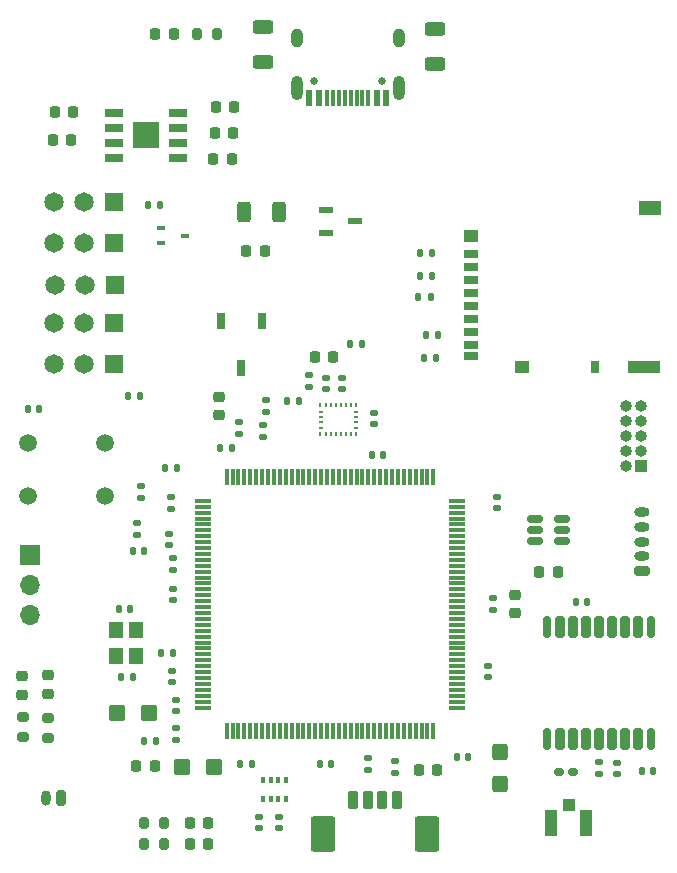
<source format=gbr>
%TF.GenerationSoftware,KiCad,Pcbnew,(5.99.0-10089-gf88d39b4f0)*%
%TF.CreationDate,2021-04-25T16:59:05+01:00*%
%TF.ProjectId,CM4,434d342e-6b69-4636-9164-5f7063625858,v01*%
%TF.SameCoordinates,Original*%
%TF.FileFunction,Soldermask,Top*%
%TF.FilePolarity,Negative*%
%FSLAX46Y46*%
G04 Gerber Fmt 4.6, Leading zero omitted, Abs format (unit mm)*
G04 Created by KiCad (PCBNEW (5.99.0-10089-gf88d39b4f0)) date 2021-04-25 16:59:05*
%MOMM*%
%LPD*%
G01*
G04 APERTURE LIST*
G04 Aperture macros list*
%AMRoundRect*
0 Rectangle with rounded corners*
0 $1 Rounding radius*
0 $2 $3 $4 $5 $6 $7 $8 $9 X,Y pos of 4 corners*
0 Add a 4 corners polygon primitive as box body*
4,1,4,$2,$3,$4,$5,$6,$7,$8,$9,$2,$3,0*
0 Add four circle primitives for the rounded corners*
1,1,$1+$1,$2,$3*
1,1,$1+$1,$4,$5*
1,1,$1+$1,$6,$7*
1,1,$1+$1,$8,$9*
0 Add four rect primitives between the rounded corners*
20,1,$1+$1,$2,$3,$4,$5,0*
20,1,$1+$1,$4,$5,$6,$7,0*
20,1,$1+$1,$6,$7,$8,$9,0*
20,1,$1+$1,$8,$9,$2,$3,0*%
G04 Aperture macros list end*
%ADD10RoundRect,0.218750X0.218750X0.256250X-0.218750X0.256250X-0.218750X-0.256250X0.218750X-0.256250X0*%
%ADD11RoundRect,0.135000X0.185000X-0.135000X0.185000X0.135000X-0.185000X0.135000X-0.185000X-0.135000X0*%
%ADD12RoundRect,0.140000X-0.170000X0.140000X-0.170000X-0.140000X0.170000X-0.140000X0.170000X0.140000X0*%
%ADD13R,1.200000X0.600000*%
%ADD14RoundRect,0.140000X-0.140000X-0.170000X0.140000X-0.170000X0.140000X0.170000X-0.140000X0.170000X0*%
%ADD15RoundRect,0.250000X-0.425000X0.450000X-0.425000X-0.450000X0.425000X-0.450000X0.425000X0.450000X0*%
%ADD16R,1.200000X1.400000*%
%ADD17R,1.650000X1.650000*%
%ADD18C,1.650000*%
%ADD19RoundRect,0.225000X-0.250000X0.225000X-0.250000X-0.225000X0.250000X-0.225000X0.250000X0.225000X0*%
%ADD20RoundRect,0.135000X-0.185000X0.135000X-0.185000X-0.135000X0.185000X-0.135000X0.185000X0.135000X0*%
%ADD21RoundRect,0.135000X-0.135000X-0.185000X0.135000X-0.185000X0.135000X0.185000X-0.135000X0.185000X0*%
%ADD22R,0.230000X0.350000*%
%ADD23R,0.350000X0.230000*%
%ADD24RoundRect,0.218750X0.256250X-0.218750X0.256250X0.218750X-0.256250X0.218750X-0.256250X-0.218750X0*%
%ADD25R,1.200000X0.700000*%
%ADD26R,0.800000X1.000000*%
%ADD27R,1.900000X1.300000*%
%ADD28R,1.200000X1.000000*%
%ADD29R,2.800000X1.000000*%
%ADD30RoundRect,0.200000X0.200000X0.275000X-0.200000X0.275000X-0.200000X-0.275000X0.200000X-0.275000X0*%
%ADD31RoundRect,0.140000X0.170000X-0.140000X0.170000X0.140000X-0.170000X0.140000X-0.170000X-0.140000X0*%
%ADD32RoundRect,0.250000X-0.312500X-0.625000X0.312500X-0.625000X0.312500X0.625000X-0.312500X0.625000X0*%
%ADD33RoundRect,0.250000X0.450000X0.425000X-0.450000X0.425000X-0.450000X-0.425000X0.450000X-0.425000X0*%
%ADD34RoundRect,0.250000X0.625000X-0.312500X0.625000X0.312500X-0.625000X0.312500X-0.625000X-0.312500X0*%
%ADD35RoundRect,0.200000X-0.275000X0.200000X-0.275000X-0.200000X0.275000X-0.200000X0.275000X0.200000X0*%
%ADD36RoundRect,0.225000X-0.225000X-0.250000X0.225000X-0.250000X0.225000X0.250000X-0.225000X0.250000X0*%
%ADD37RoundRect,0.225000X0.225000X0.250000X-0.225000X0.250000X-0.225000X-0.250000X0.225000X-0.250000X0*%
%ADD38R,0.700000X0.450000*%
%ADD39C,0.650000*%
%ADD40R,0.600000X1.450000*%
%ADD41R,0.300000X1.450000*%
%ADD42O,1.000000X2.100000*%
%ADD43O,1.000000X1.600000*%
%ADD44R,1.000000X1.000000*%
%ADD45R,1.050000X2.200000*%
%ADD46RoundRect,0.140000X0.140000X0.170000X-0.140000X0.170000X-0.140000X-0.170000X0.140000X-0.170000X0*%
%ADD47RoundRect,0.218750X-0.218750X-0.256250X0.218750X-0.256250X0.218750X0.256250X-0.218750X0.256250X0*%
%ADD48RoundRect,0.175000X-0.175000X0.725000X-0.175000X-0.725000X0.175000X-0.725000X0.175000X0.725000X0*%
%ADD49RoundRect,0.200000X-0.200000X0.700000X-0.200000X-0.700000X0.200000X-0.700000X0.200000X0.700000X0*%
%ADD50RoundRect,0.225000X0.250000X-0.225000X0.250000X0.225000X-0.250000X0.225000X-0.250000X-0.225000X0*%
%ADD51O,1.000000X1.000000*%
%ADD52RoundRect,0.160000X0.222500X0.160000X-0.222500X0.160000X-0.222500X-0.160000X0.222500X-0.160000X0*%
%ADD53RoundRect,0.200000X-0.200000X-0.600000X0.200000X-0.600000X0.200000X0.600000X-0.200000X0.600000X0*%
%ADD54RoundRect,0.250001X-0.799999X-1.249999X0.799999X-1.249999X0.799999X1.249999X-0.799999X1.249999X0*%
%ADD55R,0.350000X0.500000*%
%ADD56RoundRect,0.250000X-0.450000X-0.425000X0.450000X-0.425000X0.450000X0.425000X-0.450000X0.425000X0*%
%ADD57R,1.525000X0.650000*%
%ADD58R,2.290000X2.290000*%
%ADD59RoundRect,0.200000X0.450000X-0.200000X0.450000X0.200000X-0.450000X0.200000X-0.450000X-0.200000X0*%
%ADD60O,1.300000X0.800000*%
%ADD61RoundRect,0.135000X0.135000X0.185000X-0.135000X0.185000X-0.135000X-0.185000X0.135000X-0.185000X0*%
%ADD62R,1.700000X1.700000*%
%ADD63O,1.700000X1.700000*%
%ADD64R,1.475000X0.300000*%
%ADD65R,0.300000X1.475000*%
%ADD66RoundRect,0.150000X-0.512500X-0.150000X0.512500X-0.150000X0.512500X0.150000X-0.512500X0.150000X0*%
%ADD67R,0.800000X1.400000*%
%ADD68C,1.500000*%
%ADD69RoundRect,0.200000X0.200000X0.450000X-0.200000X0.450000X-0.200000X-0.450000X0.200000X-0.450000X0*%
%ADD70O,0.800000X1.300000*%
G04 APERTURE END LIST*
D10*
%TO.C,FB1*%
X143912500Y-69600000D03*
X145487500Y-69600000D03*
%TD*%
D11*
%TO.C,R18*%
X154200000Y-113510000D03*
X154200000Y-112490000D03*
%TD*%
D12*
%TO.C,C28*%
X138000000Y-110020000D03*
X138000000Y-110980000D03*
%TD*%
%TO.C,C26*%
X138000000Y-107620000D03*
X138000000Y-108580000D03*
%TD*%
D13*
%TO.C,Q1*%
X150650000Y-66150000D03*
X150650000Y-68050000D03*
X153150000Y-67100000D03*
%TD*%
D11*
%TO.C,R8*%
X134700000Y-93610000D03*
X134700000Y-92590000D03*
%TD*%
D14*
%TO.C,C50*%
X133320000Y-105700000D03*
X134280000Y-105700000D03*
%TD*%
D12*
%TO.C,C37*%
X164800000Y-99020000D03*
X164800000Y-99980000D03*
%TD*%
D15*
%TO.C,C15*%
X165400000Y-112050000D03*
X165400000Y-114750000D03*
%TD*%
D16*
%TO.C,Y1*%
X132850000Y-101700000D03*
X132850000Y-103900000D03*
X134550000Y-103900000D03*
X134550000Y-101700000D03*
%TD*%
D17*
%TO.C,J7*%
X132790000Y-72450000D03*
D18*
X130250000Y-72450000D03*
X127710000Y-72450000D03*
%TD*%
D19*
%TO.C,C17*%
X166700000Y-98725000D03*
X166700000Y-100275000D03*
%TD*%
D20*
%TO.C,R5*%
X173800000Y-112890000D03*
X173800000Y-113910000D03*
%TD*%
%TO.C,R32*%
X145600000Y-82190000D03*
X145600000Y-83210000D03*
%TD*%
D21*
%TO.C,R10*%
X147390000Y-82300000D03*
X148410000Y-82300000D03*
%TD*%
D22*
%TO.C,U3*%
X150195000Y-82675000D03*
D23*
X150225000Y-83255000D03*
X150225000Y-83685000D03*
X150225000Y-84115000D03*
X150225000Y-84545000D03*
D22*
X150195000Y-85125000D03*
X150625000Y-85125000D03*
X151055000Y-85125000D03*
X151485000Y-85125000D03*
X151915000Y-85125000D03*
X152345000Y-85125000D03*
X152775000Y-85125000D03*
X153205000Y-85125000D03*
D23*
X153175000Y-84545000D03*
X153175000Y-84115000D03*
X153175000Y-83685000D03*
X153175000Y-83255000D03*
D22*
X153205000Y-82675000D03*
X152775000Y-82675000D03*
X152345000Y-82675000D03*
X151915000Y-82675000D03*
X151485000Y-82675000D03*
X151055000Y-82675000D03*
X150625000Y-82675000D03*
%TD*%
D24*
%TO.C,D7*%
X124900000Y-107187500D03*
X124900000Y-105612500D03*
%TD*%
D25*
%TO.C,J15*%
X162960000Y-69855000D03*
X162960000Y-70955000D03*
X162960000Y-72055000D03*
X162960000Y-73155000D03*
X162960000Y-74255000D03*
X162960000Y-75355000D03*
X162960000Y-76455000D03*
X162960000Y-77555000D03*
X162960000Y-78505000D03*
D26*
X173460000Y-79455000D03*
D27*
X178060000Y-65955000D03*
D28*
X162960000Y-68305000D03*
X167260000Y-79455000D03*
D29*
X177610000Y-79455000D03*
%TD*%
D30*
%TO.C,R22*%
X136937500Y-119800000D03*
X135287500Y-119800000D03*
%TD*%
D21*
%TO.C,R27*%
X158590000Y-69800000D03*
X159610000Y-69800000D03*
%TD*%
D31*
%TO.C,C11*%
X154700000Y-84280000D03*
X154700000Y-83320000D03*
%TD*%
D32*
%TO.C,R2*%
X143737500Y-66300000D03*
X146662500Y-66300000D03*
%TD*%
D14*
%TO.C,C51*%
X133120000Y-99900000D03*
X134080000Y-99900000D03*
%TD*%
D33*
%TO.C,C25*%
X135650000Y-108700000D03*
X132950000Y-108700000D03*
%TD*%
D31*
%TO.C,C36*%
X137400000Y-94480000D03*
X137400000Y-93520000D03*
%TD*%
D34*
%TO.C,R4*%
X145300000Y-53562500D03*
X145300000Y-50637500D03*
%TD*%
D14*
%TO.C,C34*%
X141720000Y-86300000D03*
X142680000Y-86300000D03*
%TD*%
D35*
%TO.C,R25*%
X125000000Y-109075000D03*
X125000000Y-110725000D03*
%TD*%
D36*
%TO.C,C3*%
X141225000Y-59600000D03*
X142775000Y-59600000D03*
%TD*%
D37*
%TO.C,C4*%
X170275000Y-96800000D03*
X168725000Y-96800000D03*
%TD*%
D14*
%TO.C,C9*%
X177420000Y-113600000D03*
X178380000Y-113600000D03*
%TD*%
D31*
%TO.C,C8*%
X149200000Y-81080000D03*
X149200000Y-80120000D03*
%TD*%
D36*
%TO.C,C10*%
X149725000Y-78600000D03*
X151275000Y-78600000D03*
%TD*%
D31*
%TO.C,C30*%
X137700000Y-99180000D03*
X137700000Y-98220000D03*
%TD*%
D38*
%TO.C,Q2*%
X136700000Y-67650000D03*
X136700000Y-68950000D03*
X138700000Y-68300000D03*
%TD*%
D39*
%TO.C,J2*%
X155390000Y-55240000D03*
X149610000Y-55240000D03*
D40*
X155750000Y-56685000D03*
X154950000Y-56685000D03*
D41*
X153750000Y-56685000D03*
X152750000Y-56685000D03*
X152250000Y-56685000D03*
X151250000Y-56685000D03*
D40*
X150050000Y-56685000D03*
X149250000Y-56685000D03*
X149250000Y-56685000D03*
X150050000Y-56685000D03*
D41*
X150750000Y-56685000D03*
X151750000Y-56685000D03*
X153250000Y-56685000D03*
X154250000Y-56685000D03*
D40*
X154950000Y-56685000D03*
X155750000Y-56685000D03*
D42*
X156820000Y-55770000D03*
D43*
X148180000Y-51590000D03*
X156820000Y-51590000D03*
D42*
X148180000Y-55770000D03*
%TD*%
D21*
%TO.C,R30*%
X159090000Y-76700000D03*
X160110000Y-76700000D03*
%TD*%
%TO.C,R13*%
X135290000Y-111100000D03*
X136310000Y-111100000D03*
%TD*%
D17*
%TO.C,J8*%
X132750000Y-68950000D03*
D18*
X130210000Y-68950000D03*
X127670000Y-68950000D03*
%TD*%
D21*
%TO.C,R28*%
X158590000Y-71700000D03*
X159610000Y-71700000D03*
%TD*%
D44*
%TO.C,J1*%
X171200000Y-116500000D03*
D45*
X172675000Y-118000000D03*
X169725000Y-118000000D03*
%TD*%
D34*
%TO.C,R3*%
X159900000Y-53762500D03*
X159900000Y-50837500D03*
%TD*%
D46*
%TO.C,C16*%
X135280000Y-95000000D03*
X134320000Y-95000000D03*
%TD*%
D47*
%TO.C,FB2*%
X134612500Y-113200000D03*
X136187500Y-113200000D03*
%TD*%
D30*
%TO.C,R24*%
X136937500Y-118000000D03*
X135287500Y-118000000D03*
%TD*%
D17*
%TO.C,J6*%
X132750000Y-75700000D03*
D18*
X130210000Y-75700000D03*
X127670000Y-75700000D03*
%TD*%
D48*
%TO.C,U2*%
X178200000Y-101450000D03*
D49*
X177100000Y-101450000D03*
X176000000Y-101450000D03*
X174900000Y-101450000D03*
X173800000Y-101450000D03*
X172700000Y-101450000D03*
X171600000Y-101450000D03*
X170500000Y-101450000D03*
D48*
X169400000Y-101450000D03*
X169400000Y-110950000D03*
D49*
X170500000Y-110950000D03*
X171600000Y-110950000D03*
X172700000Y-110950000D03*
X173800000Y-110950000D03*
X174900000Y-110950000D03*
X176000000Y-110950000D03*
X177100000Y-110950000D03*
D48*
X178200000Y-110950000D03*
%TD*%
D50*
%TO.C,C46*%
X141600000Y-83475000D03*
X141600000Y-81925000D03*
%TD*%
D44*
%TO.C,J14*%
X177370000Y-87770000D03*
D51*
X176100000Y-87770000D03*
X177370000Y-86500000D03*
X176100000Y-86500000D03*
X177370000Y-85230000D03*
X176100000Y-85230000D03*
X177370000Y-83960000D03*
X176100000Y-83960000D03*
X177370000Y-82690000D03*
X176100000Y-82690000D03*
%TD*%
D30*
%TO.C,R1*%
X141425000Y-51200000D03*
X139775000Y-51200000D03*
%TD*%
D21*
%TO.C,R12*%
X135590000Y-65700000D03*
X136610000Y-65700000D03*
%TD*%
D35*
%TO.C,R23*%
X127100000Y-109175000D03*
X127100000Y-110825000D03*
%TD*%
D46*
%TO.C,C52*%
X126380000Y-83000000D03*
X125420000Y-83000000D03*
%TD*%
D47*
%TO.C,D6*%
X139125000Y-118000000D03*
X140700000Y-118000000D03*
%TD*%
D20*
%TO.C,R17*%
X156500000Y-112790000D03*
X156500000Y-113810000D03*
%TD*%
D52*
%TO.C,L2*%
X171572500Y-113700000D03*
X170427500Y-113700000D03*
%TD*%
D53*
%TO.C,J10*%
X152925000Y-116100000D03*
X154175000Y-116100000D03*
X155425000Y-116100000D03*
X156675000Y-116100000D03*
D54*
X150375000Y-119000000D03*
X159225000Y-119000000D03*
%TD*%
D21*
%TO.C,R29*%
X158490000Y-73500000D03*
X159510000Y-73500000D03*
%TD*%
D55*
%TO.C,U1*%
X145325000Y-114400000D03*
X145975000Y-114400000D03*
X146625000Y-114400000D03*
X147275000Y-114400000D03*
X147275000Y-116000000D03*
X146625000Y-116000000D03*
X145975000Y-116000000D03*
X145325000Y-116000000D03*
%TD*%
D56*
%TO.C,C27*%
X138450000Y-113300000D03*
X141150000Y-113300000D03*
%TD*%
D14*
%TO.C,C7*%
X171820000Y-99300000D03*
X172780000Y-99300000D03*
%TD*%
D31*
%TO.C,C14*%
X150700000Y-81280000D03*
X150700000Y-80320000D03*
%TD*%
D57*
%TO.C,IC1*%
X132688000Y-57895000D03*
X132688000Y-59165000D03*
X132688000Y-60435000D03*
X132688000Y-61705000D03*
X138112000Y-61705000D03*
X138112000Y-60435000D03*
X138112000Y-59165000D03*
X138112000Y-57895000D03*
D58*
X135400000Y-59800000D03*
%TD*%
D59*
%TO.C,J3*%
X177450000Y-96700000D03*
D60*
X177450000Y-95450000D03*
X177450000Y-94200000D03*
X177450000Y-92950000D03*
X177450000Y-91700000D03*
%TD*%
D14*
%TO.C,C40*%
X161720000Y-112400000D03*
X162680000Y-112400000D03*
%TD*%
D61*
%TO.C,R11*%
X134910000Y-81900000D03*
X133890000Y-81900000D03*
%TD*%
D62*
%TO.C,J16*%
X125600000Y-95375000D03*
D63*
X125600000Y-97915000D03*
X125600000Y-100455000D03*
%TD*%
D21*
%TO.C,R6*%
X136990000Y-88000000D03*
X138010000Y-88000000D03*
%TD*%
D11*
%TO.C,R16*%
X143300000Y-85100000D03*
X143300000Y-84080000D03*
%TD*%
D17*
%TO.C,J5*%
X132750000Y-79200000D03*
D18*
X130210000Y-79200000D03*
X127670000Y-79200000D03*
%TD*%
D31*
%TO.C,C12*%
X175300000Y-113880000D03*
X175300000Y-112920000D03*
%TD*%
D36*
%TO.C,C45*%
X158525000Y-113500000D03*
X160075000Y-113500000D03*
%TD*%
D17*
%TO.C,J12*%
X132700000Y-65450000D03*
D18*
X130160000Y-65450000D03*
X127620000Y-65450000D03*
%TD*%
D46*
%TO.C,C35*%
X144380000Y-113000000D03*
X143420000Y-113000000D03*
%TD*%
D37*
%TO.C,C1*%
X129275000Y-57800000D03*
X127725000Y-57800000D03*
%TD*%
D10*
%TO.C,D1*%
X137787500Y-51200000D03*
X136212500Y-51200000D03*
%TD*%
D61*
%TO.C,R31*%
X160010000Y-78700000D03*
X158990000Y-78700000D03*
%TD*%
D20*
%TO.C,R15*%
X145300000Y-84290000D03*
X145300000Y-85310000D03*
%TD*%
D61*
%TO.C,R26*%
X137710000Y-103600000D03*
X136690000Y-103600000D03*
%TD*%
D12*
%TO.C,C6*%
X146700000Y-117520000D03*
X146700000Y-118480000D03*
%TD*%
D37*
%TO.C,C53*%
X129075000Y-60200000D03*
X127525000Y-60200000D03*
%TD*%
D31*
%TO.C,C19*%
X137700000Y-96580000D03*
X137700000Y-95620000D03*
%TD*%
D36*
%TO.C,C2*%
X141325000Y-57400000D03*
X142875000Y-57400000D03*
%TD*%
D31*
%TO.C,C13*%
X152000000Y-81280000D03*
X152000000Y-80320000D03*
%TD*%
D46*
%TO.C,C38*%
X151080000Y-113000000D03*
X150120000Y-113000000D03*
%TD*%
D24*
%TO.C,D5*%
X127100000Y-107087500D03*
X127100000Y-105512500D03*
%TD*%
D64*
%TO.C,IC2*%
X140262000Y-90750000D03*
X140262000Y-91250000D03*
X140262000Y-91750000D03*
X140262000Y-92250000D03*
X140262000Y-92750000D03*
X140262000Y-93250000D03*
X140262000Y-93750000D03*
X140262000Y-94250000D03*
X140262000Y-94750000D03*
X140262000Y-95250000D03*
X140262000Y-95750000D03*
X140262000Y-96250000D03*
X140262000Y-96750000D03*
X140262000Y-97250000D03*
X140262000Y-97750000D03*
X140262000Y-98250000D03*
X140262000Y-98750000D03*
X140262000Y-99250000D03*
X140262000Y-99750000D03*
X140262000Y-100250000D03*
X140262000Y-100750000D03*
X140262000Y-101250000D03*
X140262000Y-101750000D03*
X140262000Y-102250000D03*
X140262000Y-102750000D03*
X140262000Y-103250000D03*
X140262000Y-103750000D03*
X140262000Y-104250000D03*
X140262000Y-104750000D03*
X140262000Y-105250000D03*
X140262000Y-105750000D03*
X140262000Y-106250000D03*
X140262000Y-106750000D03*
X140262000Y-107250000D03*
X140262000Y-107750000D03*
X140262000Y-108250000D03*
D65*
X142250000Y-110238000D03*
X142750000Y-110238000D03*
X143250000Y-110238000D03*
X143750000Y-110238000D03*
X144250000Y-110238000D03*
X144750000Y-110238000D03*
X145250000Y-110238000D03*
X145750000Y-110238000D03*
X146250000Y-110238000D03*
X146750000Y-110238000D03*
X147250000Y-110238000D03*
X147750000Y-110238000D03*
X148250000Y-110238000D03*
X148750000Y-110238000D03*
X149250000Y-110238000D03*
X149750000Y-110238000D03*
X150250000Y-110238000D03*
X150750000Y-110238000D03*
X151250000Y-110238000D03*
X151750000Y-110238000D03*
X152250000Y-110238000D03*
X152750000Y-110238000D03*
X153250000Y-110238000D03*
X153750000Y-110238000D03*
X154250000Y-110238000D03*
X154750000Y-110238000D03*
X155250000Y-110238000D03*
X155750000Y-110238000D03*
X156250000Y-110238000D03*
X156750000Y-110238000D03*
X157250000Y-110238000D03*
X157750000Y-110238000D03*
X158250000Y-110238000D03*
X158750000Y-110238000D03*
X159250000Y-110238000D03*
X159750000Y-110238000D03*
D64*
X161738000Y-108250000D03*
X161738000Y-107750000D03*
X161738000Y-107250000D03*
X161738000Y-106750000D03*
X161738000Y-106250000D03*
X161738000Y-105750000D03*
X161738000Y-105250000D03*
X161738000Y-104750000D03*
X161738000Y-104250000D03*
X161738000Y-103750000D03*
X161738000Y-103250000D03*
X161738000Y-102750000D03*
X161738000Y-102250000D03*
X161738000Y-101750000D03*
X161738000Y-101250000D03*
X161738000Y-100750000D03*
X161738000Y-100250000D03*
X161738000Y-99750000D03*
X161738000Y-99250000D03*
X161738000Y-98750000D03*
X161738000Y-98250000D03*
X161738000Y-97750000D03*
X161738000Y-97250000D03*
X161738000Y-96750000D03*
X161738000Y-96250000D03*
X161738000Y-95750000D03*
X161738000Y-95250000D03*
X161738000Y-94750000D03*
X161738000Y-94250000D03*
X161738000Y-93750000D03*
X161738000Y-93250000D03*
X161738000Y-92750000D03*
X161738000Y-92250000D03*
X161738000Y-91750000D03*
X161738000Y-91250000D03*
X161738000Y-90750000D03*
D65*
X159750000Y-88762000D03*
X159250000Y-88762000D03*
X158750000Y-88762000D03*
X158250000Y-88762000D03*
X157750000Y-88762000D03*
X157250000Y-88762000D03*
X156750000Y-88762000D03*
X156250000Y-88762000D03*
X155750000Y-88762000D03*
X155250000Y-88762000D03*
X154750000Y-88762000D03*
X154250000Y-88762000D03*
X153750000Y-88762000D03*
X153250000Y-88762000D03*
X152750000Y-88762000D03*
X152250000Y-88762000D03*
X151750000Y-88762000D03*
X151250000Y-88762000D03*
X150750000Y-88762000D03*
X150250000Y-88762000D03*
X149750000Y-88762000D03*
X149250000Y-88762000D03*
X148750000Y-88762000D03*
X148250000Y-88762000D03*
X147750000Y-88762000D03*
X147250000Y-88762000D03*
X146750000Y-88762000D03*
X146250000Y-88762000D03*
X145750000Y-88762000D03*
X145250000Y-88762000D03*
X144750000Y-88762000D03*
X144250000Y-88762000D03*
X143750000Y-88762000D03*
X143250000Y-88762000D03*
X142750000Y-88762000D03*
X142250000Y-88762000D03*
%TD*%
D14*
%TO.C,C29*%
X154520000Y-86900000D03*
X155480000Y-86900000D03*
%TD*%
D47*
%TO.C,D4*%
X139125000Y-119800000D03*
X140700000Y-119800000D03*
%TD*%
D12*
%TO.C,C32*%
X165100000Y-90420000D03*
X165100000Y-91380000D03*
%TD*%
D31*
%TO.C,C33*%
X164400000Y-105680000D03*
X164400000Y-104720000D03*
%TD*%
D12*
%TO.C,C39*%
X137600000Y-105120000D03*
X137600000Y-106080000D03*
%TD*%
D11*
%TO.C,R9*%
X135000000Y-90510000D03*
X135000000Y-89490000D03*
%TD*%
D66*
%TO.C,U4*%
X168362500Y-92250000D03*
X168362500Y-93200000D03*
X168362500Y-94150000D03*
X170637500Y-94150000D03*
X170637500Y-93200000D03*
X170637500Y-92250000D03*
%TD*%
D11*
%TO.C,R7*%
X137500000Y-91410000D03*
X137500000Y-90390000D03*
%TD*%
D12*
%TO.C,C5*%
X145000000Y-117520000D03*
X145000000Y-118480000D03*
%TD*%
D67*
%TO.C,S2*%
X145250000Y-75500000D03*
X141750000Y-75500000D03*
X143500000Y-79500000D03*
%TD*%
D36*
%TO.C,C54*%
X141125000Y-61800000D03*
X142675000Y-61800000D03*
%TD*%
D68*
%TO.C,S1*%
X125450000Y-90350000D03*
X131950000Y-90350000D03*
X131950000Y-85850000D03*
X125450000Y-85850000D03*
%TD*%
D14*
%TO.C,C31*%
X152720000Y-77500000D03*
X153680000Y-77500000D03*
%TD*%
D69*
%TO.C,J9*%
X128225000Y-115900000D03*
D70*
X126975000Y-115900000D03*
%TD*%
M02*

</source>
